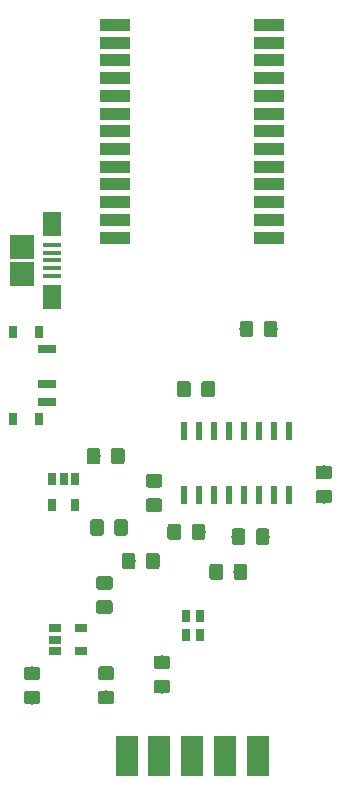
<source format=gtp>
G04 #@! TF.GenerationSoftware,KiCad,Pcbnew,5.0.2-bee76a0~70~ubuntu16.04.1*
G04 #@! TF.CreationDate,2020-11-05T23:54:09+01:00*
G04 #@! TF.ProjectId,BTSerialClient,42545365-7269-4616-9c43-6c69656e742e,rev?*
G04 #@! TF.SameCoordinates,Original*
G04 #@! TF.FileFunction,Paste,Top*
G04 #@! TF.FilePolarity,Positive*
%FSLAX46Y46*%
G04 Gerber Fmt 4.6, Leading zero omitted, Abs format (unit mm)*
G04 Created by KiCad (PCBNEW 5.0.2-bee76a0~70~ubuntu16.04.1) date tor  5 nov 2020 23:54:09*
%MOMM*%
%LPD*%
G01*
G04 APERTURE LIST*
%ADD10R,2.000000X2.000000*%
%ADD11R,1.650000X0.400000*%
%ADD12R,1.600000X2.100000*%
%ADD13C,0.100000*%
%ADD14C,1.150000*%
%ADD15R,1.846667X3.480000*%
%ADD16R,1.500000X0.700000*%
%ADD17R,0.800000X1.000000*%
%ADD18R,2.500000X1.100000*%
%ADD19R,0.650000X1.060000*%
%ADD20R,0.600000X1.500000*%
%ADD21R,1.060000X0.650000*%
%ADD22R,0.720000X1.000000*%
G04 APERTURE END LIST*
D10*
G04 #@! TO.C,J1*
X106720640Y-57082680D03*
X106720640Y-54782680D03*
D11*
X109285640Y-57232680D03*
X109285640Y-56582680D03*
X109285640Y-55932680D03*
X109285640Y-55282680D03*
X109285640Y-54632680D03*
D12*
X109320640Y-59032680D03*
X109335640Y-52882680D03*
G04 #@! TD*
D13*
G04 #@! TO.C,C1*
G36*
X115222385Y-71822124D02*
X115246653Y-71825724D01*
X115270452Y-71831685D01*
X115293551Y-71839950D01*
X115315730Y-71850440D01*
X115336773Y-71863052D01*
X115356479Y-71877667D01*
X115374657Y-71894143D01*
X115391133Y-71912321D01*
X115405748Y-71932027D01*
X115418360Y-71953070D01*
X115428850Y-71975249D01*
X115437115Y-71998348D01*
X115443076Y-72022147D01*
X115446676Y-72046415D01*
X115447880Y-72070919D01*
X115447880Y-72970921D01*
X115446676Y-72995425D01*
X115443076Y-73019693D01*
X115437115Y-73043492D01*
X115428850Y-73066591D01*
X115418360Y-73088770D01*
X115405748Y-73109813D01*
X115391133Y-73129519D01*
X115374657Y-73147697D01*
X115356479Y-73164173D01*
X115336773Y-73178788D01*
X115315730Y-73191400D01*
X115293551Y-73201890D01*
X115270452Y-73210155D01*
X115246653Y-73216116D01*
X115222385Y-73219716D01*
X115197881Y-73220920D01*
X114547879Y-73220920D01*
X114523375Y-73219716D01*
X114499107Y-73216116D01*
X114475308Y-73210155D01*
X114452209Y-73201890D01*
X114430030Y-73191400D01*
X114408987Y-73178788D01*
X114389281Y-73164173D01*
X114371103Y-73147697D01*
X114354627Y-73129519D01*
X114340012Y-73109813D01*
X114327400Y-73088770D01*
X114316910Y-73066591D01*
X114308645Y-73043492D01*
X114302684Y-73019693D01*
X114299084Y-72995425D01*
X114297880Y-72970921D01*
X114297880Y-72070919D01*
X114299084Y-72046415D01*
X114302684Y-72022147D01*
X114308645Y-71998348D01*
X114316910Y-71975249D01*
X114327400Y-71953070D01*
X114340012Y-71932027D01*
X114354627Y-71912321D01*
X114371103Y-71894143D01*
X114389281Y-71877667D01*
X114408987Y-71863052D01*
X114430030Y-71850440D01*
X114452209Y-71839950D01*
X114475308Y-71831685D01*
X114499107Y-71825724D01*
X114523375Y-71822124D01*
X114547879Y-71820920D01*
X115197881Y-71820920D01*
X115222385Y-71822124D01*
X115222385Y-71822124D01*
G37*
D14*
X114872880Y-72520920D03*
D13*
G36*
X113172385Y-71822124D02*
X113196653Y-71825724D01*
X113220452Y-71831685D01*
X113243551Y-71839950D01*
X113265730Y-71850440D01*
X113286773Y-71863052D01*
X113306479Y-71877667D01*
X113324657Y-71894143D01*
X113341133Y-71912321D01*
X113355748Y-71932027D01*
X113368360Y-71953070D01*
X113378850Y-71975249D01*
X113387115Y-71998348D01*
X113393076Y-72022147D01*
X113396676Y-72046415D01*
X113397880Y-72070919D01*
X113397880Y-72970921D01*
X113396676Y-72995425D01*
X113393076Y-73019693D01*
X113387115Y-73043492D01*
X113378850Y-73066591D01*
X113368360Y-73088770D01*
X113355748Y-73109813D01*
X113341133Y-73129519D01*
X113324657Y-73147697D01*
X113306479Y-73164173D01*
X113286773Y-73178788D01*
X113265730Y-73191400D01*
X113243551Y-73201890D01*
X113220452Y-73210155D01*
X113196653Y-73216116D01*
X113172385Y-73219716D01*
X113147881Y-73220920D01*
X112497879Y-73220920D01*
X112473375Y-73219716D01*
X112449107Y-73216116D01*
X112425308Y-73210155D01*
X112402209Y-73201890D01*
X112380030Y-73191400D01*
X112358987Y-73178788D01*
X112339281Y-73164173D01*
X112321103Y-73147697D01*
X112304627Y-73129519D01*
X112290012Y-73109813D01*
X112277400Y-73088770D01*
X112266910Y-73066591D01*
X112258645Y-73043492D01*
X112252684Y-73019693D01*
X112249084Y-72995425D01*
X112247880Y-72970921D01*
X112247880Y-72070919D01*
X112249084Y-72046415D01*
X112252684Y-72022147D01*
X112258645Y-71998348D01*
X112266910Y-71975249D01*
X112277400Y-71953070D01*
X112290012Y-71932027D01*
X112304627Y-71912321D01*
X112321103Y-71894143D01*
X112339281Y-71877667D01*
X112358987Y-71863052D01*
X112380030Y-71850440D01*
X112402209Y-71839950D01*
X112425308Y-71831685D01*
X112449107Y-71825724D01*
X112473375Y-71822124D01*
X112497879Y-71820920D01*
X113147881Y-71820920D01*
X113172385Y-71822124D01*
X113172385Y-71822124D01*
G37*
D14*
X112822880Y-72520920D03*
G04 #@! TD*
D13*
G04 #@! TO.C,C2*
G36*
X122054985Y-78234244D02*
X122079253Y-78237844D01*
X122103052Y-78243805D01*
X122126151Y-78252070D01*
X122148330Y-78262560D01*
X122169373Y-78275172D01*
X122189079Y-78289787D01*
X122207257Y-78306263D01*
X122223733Y-78324441D01*
X122238348Y-78344147D01*
X122250960Y-78365190D01*
X122261450Y-78387369D01*
X122269715Y-78410468D01*
X122275676Y-78434267D01*
X122279276Y-78458535D01*
X122280480Y-78483039D01*
X122280480Y-79383041D01*
X122279276Y-79407545D01*
X122275676Y-79431813D01*
X122269715Y-79455612D01*
X122261450Y-79478711D01*
X122250960Y-79500890D01*
X122238348Y-79521933D01*
X122223733Y-79541639D01*
X122207257Y-79559817D01*
X122189079Y-79576293D01*
X122169373Y-79590908D01*
X122148330Y-79603520D01*
X122126151Y-79614010D01*
X122103052Y-79622275D01*
X122079253Y-79628236D01*
X122054985Y-79631836D01*
X122030481Y-79633040D01*
X121380479Y-79633040D01*
X121355975Y-79631836D01*
X121331707Y-79628236D01*
X121307908Y-79622275D01*
X121284809Y-79614010D01*
X121262630Y-79603520D01*
X121241587Y-79590908D01*
X121221881Y-79576293D01*
X121203703Y-79559817D01*
X121187227Y-79541639D01*
X121172612Y-79521933D01*
X121160000Y-79500890D01*
X121149510Y-79478711D01*
X121141245Y-79455612D01*
X121135284Y-79431813D01*
X121131684Y-79407545D01*
X121130480Y-79383041D01*
X121130480Y-78483039D01*
X121131684Y-78458535D01*
X121135284Y-78434267D01*
X121141245Y-78410468D01*
X121149510Y-78387369D01*
X121160000Y-78365190D01*
X121172612Y-78344147D01*
X121187227Y-78324441D01*
X121203703Y-78306263D01*
X121221881Y-78289787D01*
X121241587Y-78275172D01*
X121262630Y-78262560D01*
X121284809Y-78252070D01*
X121307908Y-78243805D01*
X121331707Y-78237844D01*
X121355975Y-78234244D01*
X121380479Y-78233040D01*
X122030481Y-78233040D01*
X122054985Y-78234244D01*
X122054985Y-78234244D01*
G37*
D14*
X121705480Y-78933040D03*
D13*
G36*
X120004985Y-78234244D02*
X120029253Y-78237844D01*
X120053052Y-78243805D01*
X120076151Y-78252070D01*
X120098330Y-78262560D01*
X120119373Y-78275172D01*
X120139079Y-78289787D01*
X120157257Y-78306263D01*
X120173733Y-78324441D01*
X120188348Y-78344147D01*
X120200960Y-78365190D01*
X120211450Y-78387369D01*
X120219715Y-78410468D01*
X120225676Y-78434267D01*
X120229276Y-78458535D01*
X120230480Y-78483039D01*
X120230480Y-79383041D01*
X120229276Y-79407545D01*
X120225676Y-79431813D01*
X120219715Y-79455612D01*
X120211450Y-79478711D01*
X120200960Y-79500890D01*
X120188348Y-79521933D01*
X120173733Y-79541639D01*
X120157257Y-79559817D01*
X120139079Y-79576293D01*
X120119373Y-79590908D01*
X120098330Y-79603520D01*
X120076151Y-79614010D01*
X120053052Y-79622275D01*
X120029253Y-79628236D01*
X120004985Y-79631836D01*
X119980481Y-79633040D01*
X119330479Y-79633040D01*
X119305975Y-79631836D01*
X119281707Y-79628236D01*
X119257908Y-79622275D01*
X119234809Y-79614010D01*
X119212630Y-79603520D01*
X119191587Y-79590908D01*
X119171881Y-79576293D01*
X119153703Y-79559817D01*
X119137227Y-79541639D01*
X119122612Y-79521933D01*
X119110000Y-79500890D01*
X119099510Y-79478711D01*
X119091245Y-79455612D01*
X119085284Y-79431813D01*
X119081684Y-79407545D01*
X119080480Y-79383041D01*
X119080480Y-78483039D01*
X119081684Y-78458535D01*
X119085284Y-78434267D01*
X119091245Y-78410468D01*
X119099510Y-78387369D01*
X119110000Y-78365190D01*
X119122612Y-78344147D01*
X119137227Y-78324441D01*
X119153703Y-78306263D01*
X119171881Y-78289787D01*
X119191587Y-78275172D01*
X119212630Y-78262560D01*
X119234809Y-78252070D01*
X119257908Y-78243805D01*
X119281707Y-78237844D01*
X119305975Y-78234244D01*
X119330479Y-78233040D01*
X119980481Y-78233040D01*
X120004985Y-78234244D01*
X120004985Y-78234244D01*
G37*
D14*
X119655480Y-78933040D03*
G04 #@! TD*
D13*
G04 #@! TO.C,C3*
G36*
X113456865Y-77857164D02*
X113481133Y-77860764D01*
X113504932Y-77866725D01*
X113528031Y-77874990D01*
X113550210Y-77885480D01*
X113571253Y-77898092D01*
X113590959Y-77912707D01*
X113609137Y-77929183D01*
X113625613Y-77947361D01*
X113640228Y-77967067D01*
X113652840Y-77988110D01*
X113663330Y-78010289D01*
X113671595Y-78033388D01*
X113677556Y-78057187D01*
X113681156Y-78081455D01*
X113682360Y-78105959D01*
X113682360Y-79005961D01*
X113681156Y-79030465D01*
X113677556Y-79054733D01*
X113671595Y-79078532D01*
X113663330Y-79101631D01*
X113652840Y-79123810D01*
X113640228Y-79144853D01*
X113625613Y-79164559D01*
X113609137Y-79182737D01*
X113590959Y-79199213D01*
X113571253Y-79213828D01*
X113550210Y-79226440D01*
X113528031Y-79236930D01*
X113504932Y-79245195D01*
X113481133Y-79251156D01*
X113456865Y-79254756D01*
X113432361Y-79255960D01*
X112782359Y-79255960D01*
X112757855Y-79254756D01*
X112733587Y-79251156D01*
X112709788Y-79245195D01*
X112686689Y-79236930D01*
X112664510Y-79226440D01*
X112643467Y-79213828D01*
X112623761Y-79199213D01*
X112605583Y-79182737D01*
X112589107Y-79164559D01*
X112574492Y-79144853D01*
X112561880Y-79123810D01*
X112551390Y-79101631D01*
X112543125Y-79078532D01*
X112537164Y-79054733D01*
X112533564Y-79030465D01*
X112532360Y-79005961D01*
X112532360Y-78105959D01*
X112533564Y-78081455D01*
X112537164Y-78057187D01*
X112543125Y-78033388D01*
X112551390Y-78010289D01*
X112561880Y-77988110D01*
X112574492Y-77967067D01*
X112589107Y-77947361D01*
X112605583Y-77929183D01*
X112623761Y-77912707D01*
X112643467Y-77898092D01*
X112664510Y-77885480D01*
X112686689Y-77874990D01*
X112709788Y-77866725D01*
X112733587Y-77860764D01*
X112757855Y-77857164D01*
X112782359Y-77855960D01*
X113432361Y-77855960D01*
X113456865Y-77857164D01*
X113456865Y-77857164D01*
G37*
D14*
X113107360Y-78555960D03*
D13*
G36*
X115506865Y-77857164D02*
X115531133Y-77860764D01*
X115554932Y-77866725D01*
X115578031Y-77874990D01*
X115600210Y-77885480D01*
X115621253Y-77898092D01*
X115640959Y-77912707D01*
X115659137Y-77929183D01*
X115675613Y-77947361D01*
X115690228Y-77967067D01*
X115702840Y-77988110D01*
X115713330Y-78010289D01*
X115721595Y-78033388D01*
X115727556Y-78057187D01*
X115731156Y-78081455D01*
X115732360Y-78105959D01*
X115732360Y-79005961D01*
X115731156Y-79030465D01*
X115727556Y-79054733D01*
X115721595Y-79078532D01*
X115713330Y-79101631D01*
X115702840Y-79123810D01*
X115690228Y-79144853D01*
X115675613Y-79164559D01*
X115659137Y-79182737D01*
X115640959Y-79199213D01*
X115621253Y-79213828D01*
X115600210Y-79226440D01*
X115578031Y-79236930D01*
X115554932Y-79245195D01*
X115531133Y-79251156D01*
X115506865Y-79254756D01*
X115482361Y-79255960D01*
X114832359Y-79255960D01*
X114807855Y-79254756D01*
X114783587Y-79251156D01*
X114759788Y-79245195D01*
X114736689Y-79236930D01*
X114714510Y-79226440D01*
X114693467Y-79213828D01*
X114673761Y-79199213D01*
X114655583Y-79182737D01*
X114639107Y-79164559D01*
X114624492Y-79144853D01*
X114611880Y-79123810D01*
X114601390Y-79101631D01*
X114593125Y-79078532D01*
X114587164Y-79054733D01*
X114583564Y-79030465D01*
X114582360Y-79005961D01*
X114582360Y-78105959D01*
X114583564Y-78081455D01*
X114587164Y-78057187D01*
X114593125Y-78033388D01*
X114601390Y-78010289D01*
X114611880Y-77988110D01*
X114624492Y-77967067D01*
X114639107Y-77947361D01*
X114655583Y-77929183D01*
X114673761Y-77912707D01*
X114693467Y-77898092D01*
X114714510Y-77885480D01*
X114736689Y-77874990D01*
X114759788Y-77866725D01*
X114783587Y-77860764D01*
X114807855Y-77857164D01*
X114832359Y-77855960D01*
X115482361Y-77855960D01*
X115506865Y-77857164D01*
X115506865Y-77857164D01*
G37*
D14*
X115157360Y-78555960D03*
G04 #@! TD*
D13*
G04 #@! TO.C,C4*
G36*
X122869065Y-66143844D02*
X122893333Y-66147444D01*
X122917132Y-66153405D01*
X122940231Y-66161670D01*
X122962410Y-66172160D01*
X122983453Y-66184772D01*
X123003159Y-66199387D01*
X123021337Y-66215863D01*
X123037813Y-66234041D01*
X123052428Y-66253747D01*
X123065040Y-66274790D01*
X123075530Y-66296969D01*
X123083795Y-66320068D01*
X123089756Y-66343867D01*
X123093356Y-66368135D01*
X123094560Y-66392639D01*
X123094560Y-67292641D01*
X123093356Y-67317145D01*
X123089756Y-67341413D01*
X123083795Y-67365212D01*
X123075530Y-67388311D01*
X123065040Y-67410490D01*
X123052428Y-67431533D01*
X123037813Y-67451239D01*
X123021337Y-67469417D01*
X123003159Y-67485893D01*
X122983453Y-67500508D01*
X122962410Y-67513120D01*
X122940231Y-67523610D01*
X122917132Y-67531875D01*
X122893333Y-67537836D01*
X122869065Y-67541436D01*
X122844561Y-67542640D01*
X122194559Y-67542640D01*
X122170055Y-67541436D01*
X122145787Y-67537836D01*
X122121988Y-67531875D01*
X122098889Y-67523610D01*
X122076710Y-67513120D01*
X122055667Y-67500508D01*
X122035961Y-67485893D01*
X122017783Y-67469417D01*
X122001307Y-67451239D01*
X121986692Y-67431533D01*
X121974080Y-67410490D01*
X121963590Y-67388311D01*
X121955325Y-67365212D01*
X121949364Y-67341413D01*
X121945764Y-67317145D01*
X121944560Y-67292641D01*
X121944560Y-66392639D01*
X121945764Y-66368135D01*
X121949364Y-66343867D01*
X121955325Y-66320068D01*
X121963590Y-66296969D01*
X121974080Y-66274790D01*
X121986692Y-66253747D01*
X122001307Y-66234041D01*
X122017783Y-66215863D01*
X122035961Y-66199387D01*
X122055667Y-66184772D01*
X122076710Y-66172160D01*
X122098889Y-66161670D01*
X122121988Y-66153405D01*
X122145787Y-66147444D01*
X122170055Y-66143844D01*
X122194559Y-66142640D01*
X122844561Y-66142640D01*
X122869065Y-66143844D01*
X122869065Y-66143844D01*
G37*
D14*
X122519560Y-66842640D03*
D13*
G36*
X120819065Y-66143844D02*
X120843333Y-66147444D01*
X120867132Y-66153405D01*
X120890231Y-66161670D01*
X120912410Y-66172160D01*
X120933453Y-66184772D01*
X120953159Y-66199387D01*
X120971337Y-66215863D01*
X120987813Y-66234041D01*
X121002428Y-66253747D01*
X121015040Y-66274790D01*
X121025530Y-66296969D01*
X121033795Y-66320068D01*
X121039756Y-66343867D01*
X121043356Y-66368135D01*
X121044560Y-66392639D01*
X121044560Y-67292641D01*
X121043356Y-67317145D01*
X121039756Y-67341413D01*
X121033795Y-67365212D01*
X121025530Y-67388311D01*
X121015040Y-67410490D01*
X121002428Y-67431533D01*
X120987813Y-67451239D01*
X120971337Y-67469417D01*
X120953159Y-67485893D01*
X120933453Y-67500508D01*
X120912410Y-67513120D01*
X120890231Y-67523610D01*
X120867132Y-67531875D01*
X120843333Y-67537836D01*
X120819065Y-67541436D01*
X120794561Y-67542640D01*
X120144559Y-67542640D01*
X120120055Y-67541436D01*
X120095787Y-67537836D01*
X120071988Y-67531875D01*
X120048889Y-67523610D01*
X120026710Y-67513120D01*
X120005667Y-67500508D01*
X119985961Y-67485893D01*
X119967783Y-67469417D01*
X119951307Y-67451239D01*
X119936692Y-67431533D01*
X119924080Y-67410490D01*
X119913590Y-67388311D01*
X119905325Y-67365212D01*
X119899364Y-67341413D01*
X119895764Y-67317145D01*
X119894560Y-67292641D01*
X119894560Y-66392639D01*
X119895764Y-66368135D01*
X119899364Y-66343867D01*
X119905325Y-66320068D01*
X119913590Y-66296969D01*
X119924080Y-66274790D01*
X119936692Y-66253747D01*
X119951307Y-66234041D01*
X119967783Y-66215863D01*
X119985961Y-66199387D01*
X120005667Y-66184772D01*
X120026710Y-66172160D01*
X120048889Y-66161670D01*
X120071988Y-66153405D01*
X120095787Y-66147444D01*
X120120055Y-66143844D01*
X120144559Y-66142640D01*
X120794561Y-66142640D01*
X120819065Y-66143844D01*
X120819065Y-66143844D01*
G37*
D14*
X120469560Y-66842640D03*
G04 #@! TD*
D13*
G04 #@! TO.C,C5*
G36*
X125435625Y-78635564D02*
X125459893Y-78639164D01*
X125483692Y-78645125D01*
X125506791Y-78653390D01*
X125528970Y-78663880D01*
X125550013Y-78676492D01*
X125569719Y-78691107D01*
X125587897Y-78707583D01*
X125604373Y-78725761D01*
X125618988Y-78745467D01*
X125631600Y-78766510D01*
X125642090Y-78788689D01*
X125650355Y-78811788D01*
X125656316Y-78835587D01*
X125659916Y-78859855D01*
X125661120Y-78884359D01*
X125661120Y-79784361D01*
X125659916Y-79808865D01*
X125656316Y-79833133D01*
X125650355Y-79856932D01*
X125642090Y-79880031D01*
X125631600Y-79902210D01*
X125618988Y-79923253D01*
X125604373Y-79942959D01*
X125587897Y-79961137D01*
X125569719Y-79977613D01*
X125550013Y-79992228D01*
X125528970Y-80004840D01*
X125506791Y-80015330D01*
X125483692Y-80023595D01*
X125459893Y-80029556D01*
X125435625Y-80033156D01*
X125411121Y-80034360D01*
X124761119Y-80034360D01*
X124736615Y-80033156D01*
X124712347Y-80029556D01*
X124688548Y-80023595D01*
X124665449Y-80015330D01*
X124643270Y-80004840D01*
X124622227Y-79992228D01*
X124602521Y-79977613D01*
X124584343Y-79961137D01*
X124567867Y-79942959D01*
X124553252Y-79923253D01*
X124540640Y-79902210D01*
X124530150Y-79880031D01*
X124521885Y-79856932D01*
X124515924Y-79833133D01*
X124512324Y-79808865D01*
X124511120Y-79784361D01*
X124511120Y-78884359D01*
X124512324Y-78859855D01*
X124515924Y-78835587D01*
X124521885Y-78811788D01*
X124530150Y-78788689D01*
X124540640Y-78766510D01*
X124553252Y-78745467D01*
X124567867Y-78725761D01*
X124584343Y-78707583D01*
X124602521Y-78691107D01*
X124622227Y-78676492D01*
X124643270Y-78663880D01*
X124665449Y-78653390D01*
X124688548Y-78645125D01*
X124712347Y-78639164D01*
X124736615Y-78635564D01*
X124761119Y-78634360D01*
X125411121Y-78634360D01*
X125435625Y-78635564D01*
X125435625Y-78635564D01*
G37*
D14*
X125086120Y-79334360D03*
D13*
G36*
X127485625Y-78635564D02*
X127509893Y-78639164D01*
X127533692Y-78645125D01*
X127556791Y-78653390D01*
X127578970Y-78663880D01*
X127600013Y-78676492D01*
X127619719Y-78691107D01*
X127637897Y-78707583D01*
X127654373Y-78725761D01*
X127668988Y-78745467D01*
X127681600Y-78766510D01*
X127692090Y-78788689D01*
X127700355Y-78811788D01*
X127706316Y-78835587D01*
X127709916Y-78859855D01*
X127711120Y-78884359D01*
X127711120Y-79784361D01*
X127709916Y-79808865D01*
X127706316Y-79833133D01*
X127700355Y-79856932D01*
X127692090Y-79880031D01*
X127681600Y-79902210D01*
X127668988Y-79923253D01*
X127654373Y-79942959D01*
X127637897Y-79961137D01*
X127619719Y-79977613D01*
X127600013Y-79992228D01*
X127578970Y-80004840D01*
X127556791Y-80015330D01*
X127533692Y-80023595D01*
X127509893Y-80029556D01*
X127485625Y-80033156D01*
X127461121Y-80034360D01*
X126811119Y-80034360D01*
X126786615Y-80033156D01*
X126762347Y-80029556D01*
X126738548Y-80023595D01*
X126715449Y-80015330D01*
X126693270Y-80004840D01*
X126672227Y-79992228D01*
X126652521Y-79977613D01*
X126634343Y-79961137D01*
X126617867Y-79942959D01*
X126603252Y-79923253D01*
X126590640Y-79902210D01*
X126580150Y-79880031D01*
X126571885Y-79856932D01*
X126565924Y-79833133D01*
X126562324Y-79808865D01*
X126561120Y-79784361D01*
X126561120Y-78884359D01*
X126562324Y-78859855D01*
X126565924Y-78835587D01*
X126571885Y-78811788D01*
X126580150Y-78788689D01*
X126590640Y-78766510D01*
X126603252Y-78745467D01*
X126617867Y-78725761D01*
X126634343Y-78707583D01*
X126652521Y-78691107D01*
X126672227Y-78676492D01*
X126693270Y-78663880D01*
X126715449Y-78653390D01*
X126738548Y-78645125D01*
X126762347Y-78639164D01*
X126786615Y-78635564D01*
X126811119Y-78634360D01*
X127461121Y-78634360D01*
X127485625Y-78635564D01*
X127485625Y-78635564D01*
G37*
D14*
X127136120Y-79334360D03*
G04 #@! TD*
D13*
G04 #@! TO.C,C6*
G36*
X118411785Y-76092404D02*
X118436053Y-76096004D01*
X118459852Y-76101965D01*
X118482951Y-76110230D01*
X118505130Y-76120720D01*
X118526173Y-76133332D01*
X118545879Y-76147947D01*
X118564057Y-76164423D01*
X118580533Y-76182601D01*
X118595148Y-76202307D01*
X118607760Y-76223350D01*
X118618250Y-76245529D01*
X118626515Y-76268628D01*
X118632476Y-76292427D01*
X118636076Y-76316695D01*
X118637280Y-76341199D01*
X118637280Y-76991201D01*
X118636076Y-77015705D01*
X118632476Y-77039973D01*
X118626515Y-77063772D01*
X118618250Y-77086871D01*
X118607760Y-77109050D01*
X118595148Y-77130093D01*
X118580533Y-77149799D01*
X118564057Y-77167977D01*
X118545879Y-77184453D01*
X118526173Y-77199068D01*
X118505130Y-77211680D01*
X118482951Y-77222170D01*
X118459852Y-77230435D01*
X118436053Y-77236396D01*
X118411785Y-77239996D01*
X118387281Y-77241200D01*
X117487279Y-77241200D01*
X117462775Y-77239996D01*
X117438507Y-77236396D01*
X117414708Y-77230435D01*
X117391609Y-77222170D01*
X117369430Y-77211680D01*
X117348387Y-77199068D01*
X117328681Y-77184453D01*
X117310503Y-77167977D01*
X117294027Y-77149799D01*
X117279412Y-77130093D01*
X117266800Y-77109050D01*
X117256310Y-77086871D01*
X117248045Y-77063772D01*
X117242084Y-77039973D01*
X117238484Y-77015705D01*
X117237280Y-76991201D01*
X117237280Y-76341199D01*
X117238484Y-76316695D01*
X117242084Y-76292427D01*
X117248045Y-76268628D01*
X117256310Y-76245529D01*
X117266800Y-76223350D01*
X117279412Y-76202307D01*
X117294027Y-76182601D01*
X117310503Y-76164423D01*
X117328681Y-76147947D01*
X117348387Y-76133332D01*
X117369430Y-76120720D01*
X117391609Y-76110230D01*
X117414708Y-76101965D01*
X117438507Y-76096004D01*
X117462775Y-76092404D01*
X117487279Y-76091200D01*
X118387281Y-76091200D01*
X118411785Y-76092404D01*
X118411785Y-76092404D01*
G37*
D14*
X117937280Y-76666200D03*
D13*
G36*
X118411785Y-74042404D02*
X118436053Y-74046004D01*
X118459852Y-74051965D01*
X118482951Y-74060230D01*
X118505130Y-74070720D01*
X118526173Y-74083332D01*
X118545879Y-74097947D01*
X118564057Y-74114423D01*
X118580533Y-74132601D01*
X118595148Y-74152307D01*
X118607760Y-74173350D01*
X118618250Y-74195529D01*
X118626515Y-74218628D01*
X118632476Y-74242427D01*
X118636076Y-74266695D01*
X118637280Y-74291199D01*
X118637280Y-74941201D01*
X118636076Y-74965705D01*
X118632476Y-74989973D01*
X118626515Y-75013772D01*
X118618250Y-75036871D01*
X118607760Y-75059050D01*
X118595148Y-75080093D01*
X118580533Y-75099799D01*
X118564057Y-75117977D01*
X118545879Y-75134453D01*
X118526173Y-75149068D01*
X118505130Y-75161680D01*
X118482951Y-75172170D01*
X118459852Y-75180435D01*
X118436053Y-75186396D01*
X118411785Y-75189996D01*
X118387281Y-75191200D01*
X117487279Y-75191200D01*
X117462775Y-75189996D01*
X117438507Y-75186396D01*
X117414708Y-75180435D01*
X117391609Y-75172170D01*
X117369430Y-75161680D01*
X117348387Y-75149068D01*
X117328681Y-75134453D01*
X117310503Y-75117977D01*
X117294027Y-75099799D01*
X117279412Y-75080093D01*
X117266800Y-75059050D01*
X117256310Y-75036871D01*
X117248045Y-75013772D01*
X117242084Y-74989973D01*
X117238484Y-74965705D01*
X117237280Y-74941201D01*
X117237280Y-74291199D01*
X117238484Y-74266695D01*
X117242084Y-74242427D01*
X117248045Y-74218628D01*
X117256310Y-74195529D01*
X117266800Y-74173350D01*
X117279412Y-74152307D01*
X117294027Y-74132601D01*
X117310503Y-74114423D01*
X117328681Y-74097947D01*
X117348387Y-74083332D01*
X117369430Y-74070720D01*
X117391609Y-74060230D01*
X117414708Y-74051965D01*
X117438507Y-74046004D01*
X117462775Y-74042404D01*
X117487279Y-74041200D01*
X118387281Y-74041200D01*
X118411785Y-74042404D01*
X118411785Y-74042404D01*
G37*
D14*
X117937280Y-74616200D03*
G04 #@! TD*
D13*
G04 #@! TO.C,C7*
G36*
X132788185Y-73321044D02*
X132812453Y-73324644D01*
X132836252Y-73330605D01*
X132859351Y-73338870D01*
X132881530Y-73349360D01*
X132902573Y-73361972D01*
X132922279Y-73376587D01*
X132940457Y-73393063D01*
X132956933Y-73411241D01*
X132971548Y-73430947D01*
X132984160Y-73451990D01*
X132994650Y-73474169D01*
X133002915Y-73497268D01*
X133008876Y-73521067D01*
X133012476Y-73545335D01*
X133013680Y-73569839D01*
X133013680Y-74219841D01*
X133012476Y-74244345D01*
X133008876Y-74268613D01*
X133002915Y-74292412D01*
X132994650Y-74315511D01*
X132984160Y-74337690D01*
X132971548Y-74358733D01*
X132956933Y-74378439D01*
X132940457Y-74396617D01*
X132922279Y-74413093D01*
X132902573Y-74427708D01*
X132881530Y-74440320D01*
X132859351Y-74450810D01*
X132836252Y-74459075D01*
X132812453Y-74465036D01*
X132788185Y-74468636D01*
X132763681Y-74469840D01*
X131863679Y-74469840D01*
X131839175Y-74468636D01*
X131814907Y-74465036D01*
X131791108Y-74459075D01*
X131768009Y-74450810D01*
X131745830Y-74440320D01*
X131724787Y-74427708D01*
X131705081Y-74413093D01*
X131686903Y-74396617D01*
X131670427Y-74378439D01*
X131655812Y-74358733D01*
X131643200Y-74337690D01*
X131632710Y-74315511D01*
X131624445Y-74292412D01*
X131618484Y-74268613D01*
X131614884Y-74244345D01*
X131613680Y-74219841D01*
X131613680Y-73569839D01*
X131614884Y-73545335D01*
X131618484Y-73521067D01*
X131624445Y-73497268D01*
X131632710Y-73474169D01*
X131643200Y-73451990D01*
X131655812Y-73430947D01*
X131670427Y-73411241D01*
X131686903Y-73393063D01*
X131705081Y-73376587D01*
X131724787Y-73361972D01*
X131745830Y-73349360D01*
X131768009Y-73338870D01*
X131791108Y-73330605D01*
X131814907Y-73324644D01*
X131839175Y-73321044D01*
X131863679Y-73319840D01*
X132763681Y-73319840D01*
X132788185Y-73321044D01*
X132788185Y-73321044D01*
G37*
D14*
X132313680Y-73894840D03*
D13*
G36*
X132788185Y-75371044D02*
X132812453Y-75374644D01*
X132836252Y-75380605D01*
X132859351Y-75388870D01*
X132881530Y-75399360D01*
X132902573Y-75411972D01*
X132922279Y-75426587D01*
X132940457Y-75443063D01*
X132956933Y-75461241D01*
X132971548Y-75480947D01*
X132984160Y-75501990D01*
X132994650Y-75524169D01*
X133002915Y-75547268D01*
X133008876Y-75571067D01*
X133012476Y-75595335D01*
X133013680Y-75619839D01*
X133013680Y-76269841D01*
X133012476Y-76294345D01*
X133008876Y-76318613D01*
X133002915Y-76342412D01*
X132994650Y-76365511D01*
X132984160Y-76387690D01*
X132971548Y-76408733D01*
X132956933Y-76428439D01*
X132940457Y-76446617D01*
X132922279Y-76463093D01*
X132902573Y-76477708D01*
X132881530Y-76490320D01*
X132859351Y-76500810D01*
X132836252Y-76509075D01*
X132812453Y-76515036D01*
X132788185Y-76518636D01*
X132763681Y-76519840D01*
X131863679Y-76519840D01*
X131839175Y-76518636D01*
X131814907Y-76515036D01*
X131791108Y-76509075D01*
X131768009Y-76500810D01*
X131745830Y-76490320D01*
X131724787Y-76477708D01*
X131705081Y-76463093D01*
X131686903Y-76446617D01*
X131670427Y-76428439D01*
X131655812Y-76408733D01*
X131643200Y-76387690D01*
X131632710Y-76365511D01*
X131624445Y-76342412D01*
X131618484Y-76318613D01*
X131614884Y-76294345D01*
X131613680Y-76269841D01*
X131613680Y-75619839D01*
X131614884Y-75595335D01*
X131618484Y-75571067D01*
X131624445Y-75547268D01*
X131632710Y-75524169D01*
X131643200Y-75501990D01*
X131655812Y-75480947D01*
X131670427Y-75461241D01*
X131686903Y-75443063D01*
X131705081Y-75426587D01*
X131724787Y-75411972D01*
X131745830Y-75399360D01*
X131768009Y-75388870D01*
X131791108Y-75380605D01*
X131814907Y-75374644D01*
X131839175Y-75371044D01*
X131863679Y-75369840D01*
X132763681Y-75369840D01*
X132788185Y-75371044D01*
X132788185Y-75371044D01*
G37*
D14*
X132313680Y-75944840D03*
G04 #@! TD*
D13*
G04 #@! TO.C,C8*
G36*
X114347785Y-92377724D02*
X114372053Y-92381324D01*
X114395852Y-92387285D01*
X114418951Y-92395550D01*
X114441130Y-92406040D01*
X114462173Y-92418652D01*
X114481879Y-92433267D01*
X114500057Y-92449743D01*
X114516533Y-92467921D01*
X114531148Y-92487627D01*
X114543760Y-92508670D01*
X114554250Y-92530849D01*
X114562515Y-92553948D01*
X114568476Y-92577747D01*
X114572076Y-92602015D01*
X114573280Y-92626519D01*
X114573280Y-93276521D01*
X114572076Y-93301025D01*
X114568476Y-93325293D01*
X114562515Y-93349092D01*
X114554250Y-93372191D01*
X114543760Y-93394370D01*
X114531148Y-93415413D01*
X114516533Y-93435119D01*
X114500057Y-93453297D01*
X114481879Y-93469773D01*
X114462173Y-93484388D01*
X114441130Y-93497000D01*
X114418951Y-93507490D01*
X114395852Y-93515755D01*
X114372053Y-93521716D01*
X114347785Y-93525316D01*
X114323281Y-93526520D01*
X113423279Y-93526520D01*
X113398775Y-93525316D01*
X113374507Y-93521716D01*
X113350708Y-93515755D01*
X113327609Y-93507490D01*
X113305430Y-93497000D01*
X113284387Y-93484388D01*
X113264681Y-93469773D01*
X113246503Y-93453297D01*
X113230027Y-93435119D01*
X113215412Y-93415413D01*
X113202800Y-93394370D01*
X113192310Y-93372191D01*
X113184045Y-93349092D01*
X113178084Y-93325293D01*
X113174484Y-93301025D01*
X113173280Y-93276521D01*
X113173280Y-92626519D01*
X113174484Y-92602015D01*
X113178084Y-92577747D01*
X113184045Y-92553948D01*
X113192310Y-92530849D01*
X113202800Y-92508670D01*
X113215412Y-92487627D01*
X113230027Y-92467921D01*
X113246503Y-92449743D01*
X113264681Y-92433267D01*
X113284387Y-92418652D01*
X113305430Y-92406040D01*
X113327609Y-92395550D01*
X113350708Y-92387285D01*
X113374507Y-92381324D01*
X113398775Y-92377724D01*
X113423279Y-92376520D01*
X114323281Y-92376520D01*
X114347785Y-92377724D01*
X114347785Y-92377724D01*
G37*
D14*
X113873280Y-92951520D03*
D13*
G36*
X114347785Y-90327724D02*
X114372053Y-90331324D01*
X114395852Y-90337285D01*
X114418951Y-90345550D01*
X114441130Y-90356040D01*
X114462173Y-90368652D01*
X114481879Y-90383267D01*
X114500057Y-90399743D01*
X114516533Y-90417921D01*
X114531148Y-90437627D01*
X114543760Y-90458670D01*
X114554250Y-90480849D01*
X114562515Y-90503948D01*
X114568476Y-90527747D01*
X114572076Y-90552015D01*
X114573280Y-90576519D01*
X114573280Y-91226521D01*
X114572076Y-91251025D01*
X114568476Y-91275293D01*
X114562515Y-91299092D01*
X114554250Y-91322191D01*
X114543760Y-91344370D01*
X114531148Y-91365413D01*
X114516533Y-91385119D01*
X114500057Y-91403297D01*
X114481879Y-91419773D01*
X114462173Y-91434388D01*
X114441130Y-91447000D01*
X114418951Y-91457490D01*
X114395852Y-91465755D01*
X114372053Y-91471716D01*
X114347785Y-91475316D01*
X114323281Y-91476520D01*
X113423279Y-91476520D01*
X113398775Y-91475316D01*
X113374507Y-91471716D01*
X113350708Y-91465755D01*
X113327609Y-91457490D01*
X113305430Y-91447000D01*
X113284387Y-91434388D01*
X113264681Y-91419773D01*
X113246503Y-91403297D01*
X113230027Y-91385119D01*
X113215412Y-91365413D01*
X113202800Y-91344370D01*
X113192310Y-91322191D01*
X113184045Y-91299092D01*
X113178084Y-91275293D01*
X113174484Y-91251025D01*
X113173280Y-91226521D01*
X113173280Y-90576519D01*
X113174484Y-90552015D01*
X113178084Y-90527747D01*
X113184045Y-90503948D01*
X113192310Y-90480849D01*
X113202800Y-90458670D01*
X113215412Y-90437627D01*
X113230027Y-90417921D01*
X113246503Y-90399743D01*
X113264681Y-90383267D01*
X113284387Y-90368652D01*
X113305430Y-90356040D01*
X113327609Y-90345550D01*
X113350708Y-90337285D01*
X113374507Y-90331324D01*
X113398775Y-90327724D01*
X113423279Y-90326520D01*
X114323281Y-90326520D01*
X114347785Y-90327724D01*
X114347785Y-90327724D01*
G37*
D14*
X113873280Y-90901520D03*
G04 #@! TD*
D13*
G04 #@! TO.C,C9*
G36*
X108084145Y-92382804D02*
X108108413Y-92386404D01*
X108132212Y-92392365D01*
X108155311Y-92400630D01*
X108177490Y-92411120D01*
X108198533Y-92423732D01*
X108218239Y-92438347D01*
X108236417Y-92454823D01*
X108252893Y-92473001D01*
X108267508Y-92492707D01*
X108280120Y-92513750D01*
X108290610Y-92535929D01*
X108298875Y-92559028D01*
X108304836Y-92582827D01*
X108308436Y-92607095D01*
X108309640Y-92631599D01*
X108309640Y-93281601D01*
X108308436Y-93306105D01*
X108304836Y-93330373D01*
X108298875Y-93354172D01*
X108290610Y-93377271D01*
X108280120Y-93399450D01*
X108267508Y-93420493D01*
X108252893Y-93440199D01*
X108236417Y-93458377D01*
X108218239Y-93474853D01*
X108198533Y-93489468D01*
X108177490Y-93502080D01*
X108155311Y-93512570D01*
X108132212Y-93520835D01*
X108108413Y-93526796D01*
X108084145Y-93530396D01*
X108059641Y-93531600D01*
X107159639Y-93531600D01*
X107135135Y-93530396D01*
X107110867Y-93526796D01*
X107087068Y-93520835D01*
X107063969Y-93512570D01*
X107041790Y-93502080D01*
X107020747Y-93489468D01*
X107001041Y-93474853D01*
X106982863Y-93458377D01*
X106966387Y-93440199D01*
X106951772Y-93420493D01*
X106939160Y-93399450D01*
X106928670Y-93377271D01*
X106920405Y-93354172D01*
X106914444Y-93330373D01*
X106910844Y-93306105D01*
X106909640Y-93281601D01*
X106909640Y-92631599D01*
X106910844Y-92607095D01*
X106914444Y-92582827D01*
X106920405Y-92559028D01*
X106928670Y-92535929D01*
X106939160Y-92513750D01*
X106951772Y-92492707D01*
X106966387Y-92473001D01*
X106982863Y-92454823D01*
X107001041Y-92438347D01*
X107020747Y-92423732D01*
X107041790Y-92411120D01*
X107063969Y-92400630D01*
X107087068Y-92392365D01*
X107110867Y-92386404D01*
X107135135Y-92382804D01*
X107159639Y-92381600D01*
X108059641Y-92381600D01*
X108084145Y-92382804D01*
X108084145Y-92382804D01*
G37*
D14*
X107609640Y-92956600D03*
D13*
G36*
X108084145Y-90332804D02*
X108108413Y-90336404D01*
X108132212Y-90342365D01*
X108155311Y-90350630D01*
X108177490Y-90361120D01*
X108198533Y-90373732D01*
X108218239Y-90388347D01*
X108236417Y-90404823D01*
X108252893Y-90423001D01*
X108267508Y-90442707D01*
X108280120Y-90463750D01*
X108290610Y-90485929D01*
X108298875Y-90509028D01*
X108304836Y-90532827D01*
X108308436Y-90557095D01*
X108309640Y-90581599D01*
X108309640Y-91231601D01*
X108308436Y-91256105D01*
X108304836Y-91280373D01*
X108298875Y-91304172D01*
X108290610Y-91327271D01*
X108280120Y-91349450D01*
X108267508Y-91370493D01*
X108252893Y-91390199D01*
X108236417Y-91408377D01*
X108218239Y-91424853D01*
X108198533Y-91439468D01*
X108177490Y-91452080D01*
X108155311Y-91462570D01*
X108132212Y-91470835D01*
X108108413Y-91476796D01*
X108084145Y-91480396D01*
X108059641Y-91481600D01*
X107159639Y-91481600D01*
X107135135Y-91480396D01*
X107110867Y-91476796D01*
X107087068Y-91470835D01*
X107063969Y-91462570D01*
X107041790Y-91452080D01*
X107020747Y-91439468D01*
X107001041Y-91424853D01*
X106982863Y-91408377D01*
X106966387Y-91390199D01*
X106951772Y-91370493D01*
X106939160Y-91349450D01*
X106928670Y-91327271D01*
X106920405Y-91304172D01*
X106914444Y-91280373D01*
X106910844Y-91256105D01*
X106909640Y-91231601D01*
X106909640Y-90581599D01*
X106910844Y-90557095D01*
X106914444Y-90532827D01*
X106920405Y-90509028D01*
X106928670Y-90485929D01*
X106939160Y-90463750D01*
X106951772Y-90442707D01*
X106966387Y-90423001D01*
X106982863Y-90404823D01*
X107001041Y-90388347D01*
X107020747Y-90373732D01*
X107041790Y-90361120D01*
X107063969Y-90350630D01*
X107087068Y-90342365D01*
X107110867Y-90336404D01*
X107135135Y-90332804D01*
X107159639Y-90331600D01*
X108059641Y-90331600D01*
X108084145Y-90332804D01*
X108084145Y-90332804D01*
G37*
D14*
X107609640Y-90906600D03*
G04 #@! TD*
D15*
G04 #@! TO.C,J2*
X115630700Y-97947600D03*
X118400700Y-97947600D03*
X121170700Y-97947600D03*
X123940700Y-97947600D03*
X126710700Y-97947600D03*
G04 #@! TD*
D13*
G04 #@! TO.C,R1*
G36*
X125604505Y-81611204D02*
X125628773Y-81614804D01*
X125652572Y-81620765D01*
X125675671Y-81629030D01*
X125697850Y-81639520D01*
X125718893Y-81652132D01*
X125738599Y-81666747D01*
X125756777Y-81683223D01*
X125773253Y-81701401D01*
X125787868Y-81721107D01*
X125800480Y-81742150D01*
X125810970Y-81764329D01*
X125819235Y-81787428D01*
X125825196Y-81811227D01*
X125828796Y-81835495D01*
X125830000Y-81859999D01*
X125830000Y-82760001D01*
X125828796Y-82784505D01*
X125825196Y-82808773D01*
X125819235Y-82832572D01*
X125810970Y-82855671D01*
X125800480Y-82877850D01*
X125787868Y-82898893D01*
X125773253Y-82918599D01*
X125756777Y-82936777D01*
X125738599Y-82953253D01*
X125718893Y-82967868D01*
X125697850Y-82980480D01*
X125675671Y-82990970D01*
X125652572Y-82999235D01*
X125628773Y-83005196D01*
X125604505Y-83008796D01*
X125580001Y-83010000D01*
X124929999Y-83010000D01*
X124905495Y-83008796D01*
X124881227Y-83005196D01*
X124857428Y-82999235D01*
X124834329Y-82990970D01*
X124812150Y-82980480D01*
X124791107Y-82967868D01*
X124771401Y-82953253D01*
X124753223Y-82936777D01*
X124736747Y-82918599D01*
X124722132Y-82898893D01*
X124709520Y-82877850D01*
X124699030Y-82855671D01*
X124690765Y-82832572D01*
X124684804Y-82808773D01*
X124681204Y-82784505D01*
X124680000Y-82760001D01*
X124680000Y-81859999D01*
X124681204Y-81835495D01*
X124684804Y-81811227D01*
X124690765Y-81787428D01*
X124699030Y-81764329D01*
X124709520Y-81742150D01*
X124722132Y-81721107D01*
X124736747Y-81701401D01*
X124753223Y-81683223D01*
X124771401Y-81666747D01*
X124791107Y-81652132D01*
X124812150Y-81639520D01*
X124834329Y-81629030D01*
X124857428Y-81620765D01*
X124881227Y-81614804D01*
X124905495Y-81611204D01*
X124929999Y-81610000D01*
X125580001Y-81610000D01*
X125604505Y-81611204D01*
X125604505Y-81611204D01*
G37*
D14*
X125255000Y-82310000D03*
D13*
G36*
X123554505Y-81611204D02*
X123578773Y-81614804D01*
X123602572Y-81620765D01*
X123625671Y-81629030D01*
X123647850Y-81639520D01*
X123668893Y-81652132D01*
X123688599Y-81666747D01*
X123706777Y-81683223D01*
X123723253Y-81701401D01*
X123737868Y-81721107D01*
X123750480Y-81742150D01*
X123760970Y-81764329D01*
X123769235Y-81787428D01*
X123775196Y-81811227D01*
X123778796Y-81835495D01*
X123780000Y-81859999D01*
X123780000Y-82760001D01*
X123778796Y-82784505D01*
X123775196Y-82808773D01*
X123769235Y-82832572D01*
X123760970Y-82855671D01*
X123750480Y-82877850D01*
X123737868Y-82898893D01*
X123723253Y-82918599D01*
X123706777Y-82936777D01*
X123688599Y-82953253D01*
X123668893Y-82967868D01*
X123647850Y-82980480D01*
X123625671Y-82990970D01*
X123602572Y-82999235D01*
X123578773Y-83005196D01*
X123554505Y-83008796D01*
X123530001Y-83010000D01*
X122879999Y-83010000D01*
X122855495Y-83008796D01*
X122831227Y-83005196D01*
X122807428Y-82999235D01*
X122784329Y-82990970D01*
X122762150Y-82980480D01*
X122741107Y-82967868D01*
X122721401Y-82953253D01*
X122703223Y-82936777D01*
X122686747Y-82918599D01*
X122672132Y-82898893D01*
X122659520Y-82877850D01*
X122649030Y-82855671D01*
X122640765Y-82832572D01*
X122634804Y-82808773D01*
X122631204Y-82784505D01*
X122630000Y-82760001D01*
X122630000Y-81859999D01*
X122631204Y-81835495D01*
X122634804Y-81811227D01*
X122640765Y-81787428D01*
X122649030Y-81764329D01*
X122659520Y-81742150D01*
X122672132Y-81721107D01*
X122686747Y-81701401D01*
X122703223Y-81683223D01*
X122721401Y-81666747D01*
X122741107Y-81652132D01*
X122762150Y-81639520D01*
X122784329Y-81629030D01*
X122807428Y-81620765D01*
X122831227Y-81614804D01*
X122855495Y-81611204D01*
X122879999Y-81610000D01*
X123530001Y-81610000D01*
X123554505Y-81611204D01*
X123554505Y-81611204D01*
G37*
D14*
X123205000Y-82310000D03*
G04 #@! TD*
D13*
G04 #@! TO.C,R2*
G36*
X126116225Y-61058764D02*
X126140493Y-61062364D01*
X126164292Y-61068325D01*
X126187391Y-61076590D01*
X126209570Y-61087080D01*
X126230613Y-61099692D01*
X126250319Y-61114307D01*
X126268497Y-61130783D01*
X126284973Y-61148961D01*
X126299588Y-61168667D01*
X126312200Y-61189710D01*
X126322690Y-61211889D01*
X126330955Y-61234988D01*
X126336916Y-61258787D01*
X126340516Y-61283055D01*
X126341720Y-61307559D01*
X126341720Y-62207561D01*
X126340516Y-62232065D01*
X126336916Y-62256333D01*
X126330955Y-62280132D01*
X126322690Y-62303231D01*
X126312200Y-62325410D01*
X126299588Y-62346453D01*
X126284973Y-62366159D01*
X126268497Y-62384337D01*
X126250319Y-62400813D01*
X126230613Y-62415428D01*
X126209570Y-62428040D01*
X126187391Y-62438530D01*
X126164292Y-62446795D01*
X126140493Y-62452756D01*
X126116225Y-62456356D01*
X126091721Y-62457560D01*
X125441719Y-62457560D01*
X125417215Y-62456356D01*
X125392947Y-62452756D01*
X125369148Y-62446795D01*
X125346049Y-62438530D01*
X125323870Y-62428040D01*
X125302827Y-62415428D01*
X125283121Y-62400813D01*
X125264943Y-62384337D01*
X125248467Y-62366159D01*
X125233852Y-62346453D01*
X125221240Y-62325410D01*
X125210750Y-62303231D01*
X125202485Y-62280132D01*
X125196524Y-62256333D01*
X125192924Y-62232065D01*
X125191720Y-62207561D01*
X125191720Y-61307559D01*
X125192924Y-61283055D01*
X125196524Y-61258787D01*
X125202485Y-61234988D01*
X125210750Y-61211889D01*
X125221240Y-61189710D01*
X125233852Y-61168667D01*
X125248467Y-61148961D01*
X125264943Y-61130783D01*
X125283121Y-61114307D01*
X125302827Y-61099692D01*
X125323870Y-61087080D01*
X125346049Y-61076590D01*
X125369148Y-61068325D01*
X125392947Y-61062364D01*
X125417215Y-61058764D01*
X125441719Y-61057560D01*
X126091721Y-61057560D01*
X126116225Y-61058764D01*
X126116225Y-61058764D01*
G37*
D14*
X125766720Y-61757560D03*
D13*
G36*
X128166225Y-61058764D02*
X128190493Y-61062364D01*
X128214292Y-61068325D01*
X128237391Y-61076590D01*
X128259570Y-61087080D01*
X128280613Y-61099692D01*
X128300319Y-61114307D01*
X128318497Y-61130783D01*
X128334973Y-61148961D01*
X128349588Y-61168667D01*
X128362200Y-61189710D01*
X128372690Y-61211889D01*
X128380955Y-61234988D01*
X128386916Y-61258787D01*
X128390516Y-61283055D01*
X128391720Y-61307559D01*
X128391720Y-62207561D01*
X128390516Y-62232065D01*
X128386916Y-62256333D01*
X128380955Y-62280132D01*
X128372690Y-62303231D01*
X128362200Y-62325410D01*
X128349588Y-62346453D01*
X128334973Y-62366159D01*
X128318497Y-62384337D01*
X128300319Y-62400813D01*
X128280613Y-62415428D01*
X128259570Y-62428040D01*
X128237391Y-62438530D01*
X128214292Y-62446795D01*
X128190493Y-62452756D01*
X128166225Y-62456356D01*
X128141721Y-62457560D01*
X127491719Y-62457560D01*
X127467215Y-62456356D01*
X127442947Y-62452756D01*
X127419148Y-62446795D01*
X127396049Y-62438530D01*
X127373870Y-62428040D01*
X127352827Y-62415428D01*
X127333121Y-62400813D01*
X127314943Y-62384337D01*
X127298467Y-62366159D01*
X127283852Y-62346453D01*
X127271240Y-62325410D01*
X127260750Y-62303231D01*
X127252485Y-62280132D01*
X127246524Y-62256333D01*
X127242924Y-62232065D01*
X127241720Y-62207561D01*
X127241720Y-61307559D01*
X127242924Y-61283055D01*
X127246524Y-61258787D01*
X127252485Y-61234988D01*
X127260750Y-61211889D01*
X127271240Y-61189710D01*
X127283852Y-61168667D01*
X127298467Y-61148961D01*
X127314943Y-61130783D01*
X127333121Y-61114307D01*
X127352827Y-61099692D01*
X127373870Y-61087080D01*
X127396049Y-61076590D01*
X127419148Y-61068325D01*
X127442947Y-61062364D01*
X127467215Y-61058764D01*
X127491719Y-61057560D01*
X128141721Y-61057560D01*
X128166225Y-61058764D01*
X128166225Y-61058764D01*
G37*
D14*
X127816720Y-61757560D03*
G04 #@! TD*
D13*
G04 #@! TO.C,R4*
G36*
X114205545Y-84722164D02*
X114229813Y-84725764D01*
X114253612Y-84731725D01*
X114276711Y-84739990D01*
X114298890Y-84750480D01*
X114319933Y-84763092D01*
X114339639Y-84777707D01*
X114357817Y-84794183D01*
X114374293Y-84812361D01*
X114388908Y-84832067D01*
X114401520Y-84853110D01*
X114412010Y-84875289D01*
X114420275Y-84898388D01*
X114426236Y-84922187D01*
X114429836Y-84946455D01*
X114431040Y-84970959D01*
X114431040Y-85620961D01*
X114429836Y-85645465D01*
X114426236Y-85669733D01*
X114420275Y-85693532D01*
X114412010Y-85716631D01*
X114401520Y-85738810D01*
X114388908Y-85759853D01*
X114374293Y-85779559D01*
X114357817Y-85797737D01*
X114339639Y-85814213D01*
X114319933Y-85828828D01*
X114298890Y-85841440D01*
X114276711Y-85851930D01*
X114253612Y-85860195D01*
X114229813Y-85866156D01*
X114205545Y-85869756D01*
X114181041Y-85870960D01*
X113281039Y-85870960D01*
X113256535Y-85869756D01*
X113232267Y-85866156D01*
X113208468Y-85860195D01*
X113185369Y-85851930D01*
X113163190Y-85841440D01*
X113142147Y-85828828D01*
X113122441Y-85814213D01*
X113104263Y-85797737D01*
X113087787Y-85779559D01*
X113073172Y-85759853D01*
X113060560Y-85738810D01*
X113050070Y-85716631D01*
X113041805Y-85693532D01*
X113035844Y-85669733D01*
X113032244Y-85645465D01*
X113031040Y-85620961D01*
X113031040Y-84970959D01*
X113032244Y-84946455D01*
X113035844Y-84922187D01*
X113041805Y-84898388D01*
X113050070Y-84875289D01*
X113060560Y-84853110D01*
X113073172Y-84832067D01*
X113087787Y-84812361D01*
X113104263Y-84794183D01*
X113122441Y-84777707D01*
X113142147Y-84763092D01*
X113163190Y-84750480D01*
X113185369Y-84739990D01*
X113208468Y-84731725D01*
X113232267Y-84725764D01*
X113256535Y-84722164D01*
X113281039Y-84720960D01*
X114181041Y-84720960D01*
X114205545Y-84722164D01*
X114205545Y-84722164D01*
G37*
D14*
X113731040Y-85295960D03*
D13*
G36*
X114205545Y-82672164D02*
X114229813Y-82675764D01*
X114253612Y-82681725D01*
X114276711Y-82689990D01*
X114298890Y-82700480D01*
X114319933Y-82713092D01*
X114339639Y-82727707D01*
X114357817Y-82744183D01*
X114374293Y-82762361D01*
X114388908Y-82782067D01*
X114401520Y-82803110D01*
X114412010Y-82825289D01*
X114420275Y-82848388D01*
X114426236Y-82872187D01*
X114429836Y-82896455D01*
X114431040Y-82920959D01*
X114431040Y-83570961D01*
X114429836Y-83595465D01*
X114426236Y-83619733D01*
X114420275Y-83643532D01*
X114412010Y-83666631D01*
X114401520Y-83688810D01*
X114388908Y-83709853D01*
X114374293Y-83729559D01*
X114357817Y-83747737D01*
X114339639Y-83764213D01*
X114319933Y-83778828D01*
X114298890Y-83791440D01*
X114276711Y-83801930D01*
X114253612Y-83810195D01*
X114229813Y-83816156D01*
X114205545Y-83819756D01*
X114181041Y-83820960D01*
X113281039Y-83820960D01*
X113256535Y-83819756D01*
X113232267Y-83816156D01*
X113208468Y-83810195D01*
X113185369Y-83801930D01*
X113163190Y-83791440D01*
X113142147Y-83778828D01*
X113122441Y-83764213D01*
X113104263Y-83747737D01*
X113087787Y-83729559D01*
X113073172Y-83709853D01*
X113060560Y-83688810D01*
X113050070Y-83666631D01*
X113041805Y-83643532D01*
X113035844Y-83619733D01*
X113032244Y-83595465D01*
X113031040Y-83570961D01*
X113031040Y-82920959D01*
X113032244Y-82896455D01*
X113035844Y-82872187D01*
X113041805Y-82848388D01*
X113050070Y-82825289D01*
X113060560Y-82803110D01*
X113073172Y-82782067D01*
X113087787Y-82762361D01*
X113104263Y-82744183D01*
X113122441Y-82727707D01*
X113142147Y-82713092D01*
X113163190Y-82700480D01*
X113185369Y-82689990D01*
X113208468Y-82681725D01*
X113232267Y-82675764D01*
X113256535Y-82672164D01*
X113281039Y-82670960D01*
X114181041Y-82670960D01*
X114205545Y-82672164D01*
X114205545Y-82672164D01*
G37*
D14*
X113731040Y-83245960D03*
G04 #@! TD*
D16*
G04 #@! TO.C,SW1*
X108846600Y-63448360D03*
X108846600Y-66448360D03*
X108846600Y-67948360D03*
D17*
X105986600Y-62048360D03*
X105986600Y-69348360D03*
X108196600Y-69348360D03*
X108196600Y-62048360D03*
G04 #@! TD*
D18*
G04 #@! TO.C,U1*
X114670700Y-36018720D03*
X114670700Y-37518720D03*
X114670700Y-39018720D03*
X114670700Y-40518720D03*
X114670700Y-42018720D03*
X114670700Y-43518720D03*
X114670700Y-45018720D03*
X114670700Y-46518720D03*
X114670700Y-48018720D03*
X114670700Y-49518720D03*
X114670700Y-51018720D03*
X114670700Y-52518720D03*
X114670700Y-54018720D03*
X127670700Y-54018720D03*
X127670700Y-52518720D03*
X127670700Y-51018720D03*
X127670700Y-49518720D03*
X127670700Y-48018720D03*
X127670700Y-46518720D03*
X127670700Y-45018720D03*
X127670700Y-43518720D03*
X127670700Y-42018720D03*
X127670700Y-40518720D03*
X127670700Y-39018720D03*
X127670700Y-37518720D03*
X127670700Y-36018720D03*
G04 #@! TD*
D19*
G04 #@! TO.C,U2*
X111236800Y-76638440D03*
X109336800Y-76638440D03*
X109336800Y-74438440D03*
X110286800Y-74438440D03*
X111236800Y-74438440D03*
G04 #@! TD*
D20*
G04 #@! TO.C,U3*
X120467240Y-75775800D03*
X121737240Y-75775800D03*
X123007240Y-75775800D03*
X124277240Y-75775800D03*
X125547240Y-75775800D03*
X126817240Y-75775800D03*
X128087240Y-75775800D03*
X129357240Y-75775800D03*
X129357240Y-70375800D03*
X128087240Y-70375800D03*
X126817240Y-70375800D03*
X125547240Y-70375800D03*
X124277240Y-70375800D03*
X123007240Y-70375800D03*
X121737240Y-70375800D03*
X120467240Y-70375800D03*
G04 #@! TD*
D21*
G04 #@! TO.C,U4*
X109588120Y-87110640D03*
X109588120Y-88060640D03*
X109588120Y-89010640D03*
X111788120Y-89010640D03*
X111788120Y-87110640D03*
G04 #@! TD*
D22*
G04 #@! TO.C,D2*
X121850000Y-86070000D03*
X121850000Y-87670000D03*
X120670000Y-87670000D03*
X120670000Y-86070000D03*
G04 #@! TD*
D13*
G04 #@! TO.C,R5*
G36*
X119074505Y-89401204D02*
X119098773Y-89404804D01*
X119122572Y-89410765D01*
X119145671Y-89419030D01*
X119167850Y-89429520D01*
X119188893Y-89442132D01*
X119208599Y-89456747D01*
X119226777Y-89473223D01*
X119243253Y-89491401D01*
X119257868Y-89511107D01*
X119270480Y-89532150D01*
X119280970Y-89554329D01*
X119289235Y-89577428D01*
X119295196Y-89601227D01*
X119298796Y-89625495D01*
X119300000Y-89649999D01*
X119300000Y-90300001D01*
X119298796Y-90324505D01*
X119295196Y-90348773D01*
X119289235Y-90372572D01*
X119280970Y-90395671D01*
X119270480Y-90417850D01*
X119257868Y-90438893D01*
X119243253Y-90458599D01*
X119226777Y-90476777D01*
X119208599Y-90493253D01*
X119188893Y-90507868D01*
X119167850Y-90520480D01*
X119145671Y-90530970D01*
X119122572Y-90539235D01*
X119098773Y-90545196D01*
X119074505Y-90548796D01*
X119050001Y-90550000D01*
X118149999Y-90550000D01*
X118125495Y-90548796D01*
X118101227Y-90545196D01*
X118077428Y-90539235D01*
X118054329Y-90530970D01*
X118032150Y-90520480D01*
X118011107Y-90507868D01*
X117991401Y-90493253D01*
X117973223Y-90476777D01*
X117956747Y-90458599D01*
X117942132Y-90438893D01*
X117929520Y-90417850D01*
X117919030Y-90395671D01*
X117910765Y-90372572D01*
X117904804Y-90348773D01*
X117901204Y-90324505D01*
X117900000Y-90300001D01*
X117900000Y-89649999D01*
X117901204Y-89625495D01*
X117904804Y-89601227D01*
X117910765Y-89577428D01*
X117919030Y-89554329D01*
X117929520Y-89532150D01*
X117942132Y-89511107D01*
X117956747Y-89491401D01*
X117973223Y-89473223D01*
X117991401Y-89456747D01*
X118011107Y-89442132D01*
X118032150Y-89429520D01*
X118054329Y-89419030D01*
X118077428Y-89410765D01*
X118101227Y-89404804D01*
X118125495Y-89401204D01*
X118149999Y-89400000D01*
X119050001Y-89400000D01*
X119074505Y-89401204D01*
X119074505Y-89401204D01*
G37*
D14*
X118600000Y-89975000D03*
D13*
G36*
X119074505Y-91451204D02*
X119098773Y-91454804D01*
X119122572Y-91460765D01*
X119145671Y-91469030D01*
X119167850Y-91479520D01*
X119188893Y-91492132D01*
X119208599Y-91506747D01*
X119226777Y-91523223D01*
X119243253Y-91541401D01*
X119257868Y-91561107D01*
X119270480Y-91582150D01*
X119280970Y-91604329D01*
X119289235Y-91627428D01*
X119295196Y-91651227D01*
X119298796Y-91675495D01*
X119300000Y-91699999D01*
X119300000Y-92350001D01*
X119298796Y-92374505D01*
X119295196Y-92398773D01*
X119289235Y-92422572D01*
X119280970Y-92445671D01*
X119270480Y-92467850D01*
X119257868Y-92488893D01*
X119243253Y-92508599D01*
X119226777Y-92526777D01*
X119208599Y-92543253D01*
X119188893Y-92557868D01*
X119167850Y-92570480D01*
X119145671Y-92580970D01*
X119122572Y-92589235D01*
X119098773Y-92595196D01*
X119074505Y-92598796D01*
X119050001Y-92600000D01*
X118149999Y-92600000D01*
X118125495Y-92598796D01*
X118101227Y-92595196D01*
X118077428Y-92589235D01*
X118054329Y-92580970D01*
X118032150Y-92570480D01*
X118011107Y-92557868D01*
X117991401Y-92543253D01*
X117973223Y-92526777D01*
X117956747Y-92508599D01*
X117942132Y-92488893D01*
X117929520Y-92467850D01*
X117919030Y-92445671D01*
X117910765Y-92422572D01*
X117904804Y-92398773D01*
X117901204Y-92374505D01*
X117900000Y-92350001D01*
X117900000Y-91699999D01*
X117901204Y-91675495D01*
X117904804Y-91651227D01*
X117910765Y-91627428D01*
X117919030Y-91604329D01*
X117929520Y-91582150D01*
X117942132Y-91561107D01*
X117956747Y-91541401D01*
X117973223Y-91523223D01*
X117991401Y-91506747D01*
X118011107Y-91492132D01*
X118032150Y-91479520D01*
X118054329Y-91469030D01*
X118077428Y-91460765D01*
X118101227Y-91454804D01*
X118125495Y-91451204D01*
X118149999Y-91450000D01*
X119050001Y-91450000D01*
X119074505Y-91451204D01*
X119074505Y-91451204D01*
G37*
D14*
X118600000Y-92025000D03*
G04 #@! TD*
D13*
G04 #@! TO.C,R6*
G36*
X116134505Y-80701204D02*
X116158773Y-80704804D01*
X116182572Y-80710765D01*
X116205671Y-80719030D01*
X116227850Y-80729520D01*
X116248893Y-80742132D01*
X116268599Y-80756747D01*
X116286777Y-80773223D01*
X116303253Y-80791401D01*
X116317868Y-80811107D01*
X116330480Y-80832150D01*
X116340970Y-80854329D01*
X116349235Y-80877428D01*
X116355196Y-80901227D01*
X116358796Y-80925495D01*
X116360000Y-80949999D01*
X116360000Y-81850001D01*
X116358796Y-81874505D01*
X116355196Y-81898773D01*
X116349235Y-81922572D01*
X116340970Y-81945671D01*
X116330480Y-81967850D01*
X116317868Y-81988893D01*
X116303253Y-82008599D01*
X116286777Y-82026777D01*
X116268599Y-82043253D01*
X116248893Y-82057868D01*
X116227850Y-82070480D01*
X116205671Y-82080970D01*
X116182572Y-82089235D01*
X116158773Y-82095196D01*
X116134505Y-82098796D01*
X116110001Y-82100000D01*
X115459999Y-82100000D01*
X115435495Y-82098796D01*
X115411227Y-82095196D01*
X115387428Y-82089235D01*
X115364329Y-82080970D01*
X115342150Y-82070480D01*
X115321107Y-82057868D01*
X115301401Y-82043253D01*
X115283223Y-82026777D01*
X115266747Y-82008599D01*
X115252132Y-81988893D01*
X115239520Y-81967850D01*
X115229030Y-81945671D01*
X115220765Y-81922572D01*
X115214804Y-81898773D01*
X115211204Y-81874505D01*
X115210000Y-81850001D01*
X115210000Y-80949999D01*
X115211204Y-80925495D01*
X115214804Y-80901227D01*
X115220765Y-80877428D01*
X115229030Y-80854329D01*
X115239520Y-80832150D01*
X115252132Y-80811107D01*
X115266747Y-80791401D01*
X115283223Y-80773223D01*
X115301401Y-80756747D01*
X115321107Y-80742132D01*
X115342150Y-80729520D01*
X115364329Y-80719030D01*
X115387428Y-80710765D01*
X115411227Y-80704804D01*
X115435495Y-80701204D01*
X115459999Y-80700000D01*
X116110001Y-80700000D01*
X116134505Y-80701204D01*
X116134505Y-80701204D01*
G37*
D14*
X115785000Y-81400000D03*
D13*
G36*
X118184505Y-80701204D02*
X118208773Y-80704804D01*
X118232572Y-80710765D01*
X118255671Y-80719030D01*
X118277850Y-80729520D01*
X118298893Y-80742132D01*
X118318599Y-80756747D01*
X118336777Y-80773223D01*
X118353253Y-80791401D01*
X118367868Y-80811107D01*
X118380480Y-80832150D01*
X118390970Y-80854329D01*
X118399235Y-80877428D01*
X118405196Y-80901227D01*
X118408796Y-80925495D01*
X118410000Y-80949999D01*
X118410000Y-81850001D01*
X118408796Y-81874505D01*
X118405196Y-81898773D01*
X118399235Y-81922572D01*
X118390970Y-81945671D01*
X118380480Y-81967850D01*
X118367868Y-81988893D01*
X118353253Y-82008599D01*
X118336777Y-82026777D01*
X118318599Y-82043253D01*
X118298893Y-82057868D01*
X118277850Y-82070480D01*
X118255671Y-82080970D01*
X118232572Y-82089235D01*
X118208773Y-82095196D01*
X118184505Y-82098796D01*
X118160001Y-82100000D01*
X117509999Y-82100000D01*
X117485495Y-82098796D01*
X117461227Y-82095196D01*
X117437428Y-82089235D01*
X117414329Y-82080970D01*
X117392150Y-82070480D01*
X117371107Y-82057868D01*
X117351401Y-82043253D01*
X117333223Y-82026777D01*
X117316747Y-82008599D01*
X117302132Y-81988893D01*
X117289520Y-81967850D01*
X117279030Y-81945671D01*
X117270765Y-81922572D01*
X117264804Y-81898773D01*
X117261204Y-81874505D01*
X117260000Y-81850001D01*
X117260000Y-80949999D01*
X117261204Y-80925495D01*
X117264804Y-80901227D01*
X117270765Y-80877428D01*
X117279030Y-80854329D01*
X117289520Y-80832150D01*
X117302132Y-80811107D01*
X117316747Y-80791401D01*
X117333223Y-80773223D01*
X117351401Y-80756747D01*
X117371107Y-80742132D01*
X117392150Y-80729520D01*
X117414329Y-80719030D01*
X117437428Y-80710765D01*
X117461227Y-80704804D01*
X117485495Y-80701204D01*
X117509999Y-80700000D01*
X118160001Y-80700000D01*
X118184505Y-80701204D01*
X118184505Y-80701204D01*
G37*
D14*
X117835000Y-81400000D03*
G04 #@! TD*
M02*

</source>
